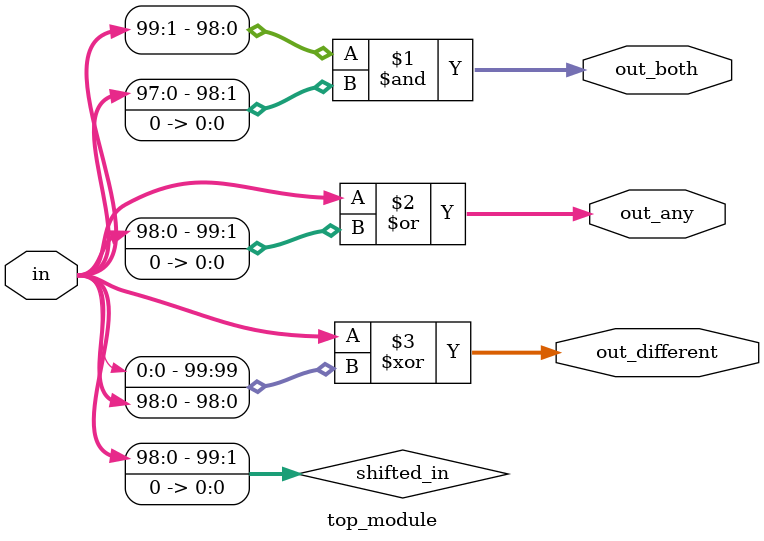
<source format=sv>
module top_module (
    input [99:0] in,
    output [98:0] out_both,
    output [99:0] out_any,
    output [99:0] out_different
);
    wire [99:0] shifted_in;

    assign shifted_in = {in[98:0], 1'b0};
    assign out_both = in[99:1] & shifted_in[98:0];
    assign out_any = in | shifted_in;
    assign out_different = in ^ {in[0], shifted_in[99:1]};

endmodule

</source>
